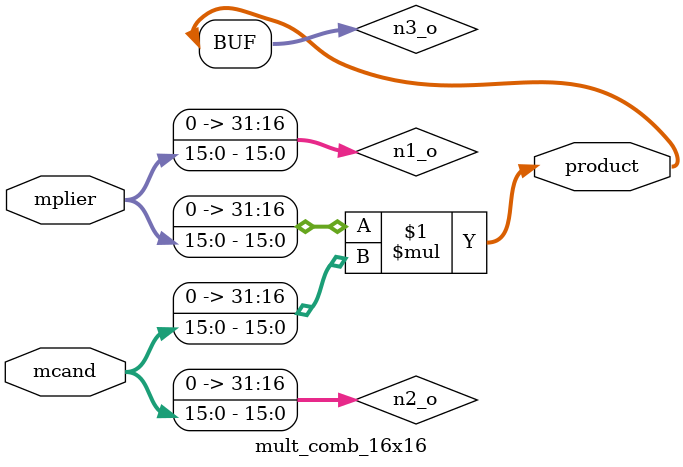
<source format=v>
module mult_comb_16x16
  (input  [15:0] mplier,
   input  [15:0] mcand,
   output [31:0] product);
  wire [31:0] n1_o;
  wire [31:0] n2_o;
  wire [31:0] n3_o;
  assign product = n3_o;
  /* src/mult_comb_nxn.vhd:17:50  */
  assign n1_o = {16'b0, mplier};  //  uext
  /* src/mult_comb_nxn.vhd:17:50  */
  assign n2_o = {16'b0, mcand};  //  uext
  /* src/mult_comb_nxn.vhd:17:50  */
  assign n3_o = n1_o * n2_o; // umul
endmodule


</source>
